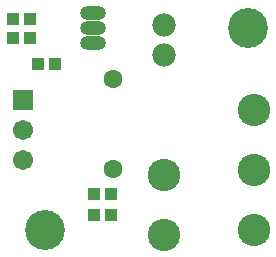
<source format=gts>
%FSLAX24Y24*%
%MOIN*%
G70*
G01*
G75*
G04 Layer_Color=8388736*
%ADD10R,0.0315X0.0354*%
%ADD11C,0.0200*%
%ADD12C,0.0150*%
%ADD13C,0.1000*%
%ADD14C,0.1250*%
%ADD15O,0.0787X0.0394*%
%ADD16O,0.0787X0.0394*%
%ADD17C,0.0700*%
%ADD18R,0.0591X0.0591*%
%ADD19C,0.0591*%
%ADD20C,0.0551*%
%ADD21C,0.0098*%
%ADD22C,0.0079*%
%ADD23C,0.0100*%
%ADD24R,0.0395X0.0434*%
%ADD25C,0.1080*%
%ADD26C,0.1330*%
%ADD27O,0.0867X0.0474*%
%ADD28O,0.0867X0.0474*%
%ADD29C,0.0780*%
%ADD30R,0.0671X0.0671*%
%ADD31C,0.0671*%
%ADD32C,0.0631*%
D24*
X54385Y40100D02*
D03*
X53815D02*
D03*
X53535Y40950D02*
D03*
X52965D02*
D03*
X53535Y41600D02*
D03*
X52965D02*
D03*
X56235Y35050D02*
D03*
X55665D02*
D03*
Y35750D02*
D03*
X56235D02*
D03*
D25*
X61000Y34550D02*
D03*
Y36550D02*
D03*
Y38550D02*
D03*
X58000Y34404D02*
D03*
Y36404D02*
D03*
D26*
X54050Y34550D02*
D03*
X60800Y41300D02*
D03*
D27*
X55650Y41800D02*
D03*
Y40800D02*
D03*
D28*
Y41300D02*
D03*
D29*
X58000Y40404D02*
D03*
Y41404D02*
D03*
D30*
X53300Y38900D02*
D03*
D31*
Y37900D02*
D03*
Y36900D02*
D03*
D32*
X56300Y36600D02*
D03*
Y39600D02*
D03*
M02*

</source>
